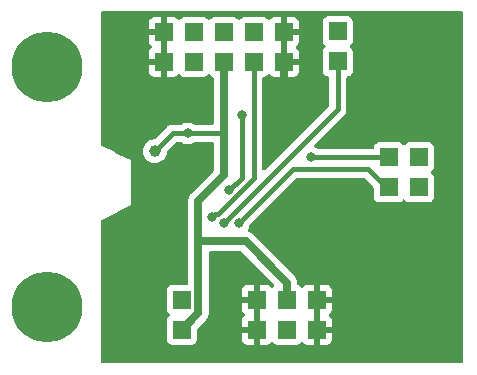
<source format=gbr>
%TF.GenerationSoftware,KiCad,Pcbnew,7.0.5.1-1-g8f565ef7f0-dirty-deb11*%
%TF.CreationDate,2023-07-05T14:59:33+00:00*%
%TF.ProjectId,LIGHTNING01,4c494748-544e-4494-9e47-30312e6b6963,01A*%
%TF.SameCoordinates,Original*%
%TF.FileFunction,Copper,L1,Top*%
%TF.FilePolarity,Positive*%
%FSLAX46Y46*%
G04 Gerber Fmt 4.6, Leading zero omitted, Abs format (unit mm)*
G04 Created by KiCad (PCBNEW 7.0.5.1-1-g8f565ef7f0-dirty-deb11) date 2023-07-05 14:59:33*
%MOMM*%
%LPD*%
G01*
G04 APERTURE LIST*
%TA.AperFunction,ComponentPad*%
%ADD10C,6.000000*%
%TD*%
%TA.AperFunction,ComponentPad*%
%ADD11R,1.524000X1.524000*%
%TD*%
%TA.AperFunction,ViaPad*%
%ADD12C,1.000000*%
%TD*%
%TA.AperFunction,ViaPad*%
%ADD13C,0.800000*%
%TD*%
%TA.AperFunction,Conductor*%
%ADD14C,0.700000*%
%TD*%
%TA.AperFunction,Conductor*%
%ADD15C,0.450000*%
%TD*%
G04 APERTURE END LIST*
D10*
%TO.P,M3,1*%
%TO.N,GND*%
X35560000Y5080000D03*
%TD*%
%TO.P,M1,1*%
%TO.N,GND*%
X5080000Y25400000D03*
%TD*%
%TO.P,M2,1*%
%TO.N,GND*%
X5080000Y5080000D03*
%TD*%
%TO.P,M4,1*%
%TO.N,GND*%
X35560000Y25400000D03*
%TD*%
D11*
%TO.P,J1,1*%
%TO.N,/ADR0*%
X16510000Y5715000D03*
%TO.P,J1,2*%
%TO.N,VCC*%
X16510000Y3175000D03*
%TD*%
%TO.P,J3,1*%
%TO.N,/MISO*%
X29718000Y28448000D03*
%TO.P,J3,2*%
X29718000Y25908000D03*
%TD*%
%TO.P,J4,1*%
%TO.N,/SDA_MOSI*%
X22606000Y28391327D03*
%TO.P,J4,2*%
X22606000Y25851327D03*
%TD*%
%TO.P,J5,1*%
%TO.N,/SCL*%
X17526000Y28391327D03*
%TO.P,J5,2*%
X17526000Y25851327D03*
%TD*%
%TO.P,J6,1*%
%TO.N,/IRQ*%
X34036000Y15240000D03*
%TO.P,J6,2*%
X36576000Y15240000D03*
%TD*%
%TO.P,J10,1*%
%TO.N,GND*%
X27940000Y5715000D03*
%TO.P,J10,2*%
X27940000Y3175000D03*
%TO.P,J10,3*%
%TO.N,VCC*%
X25400000Y5715000D03*
%TO.P,J10,4*%
X25400000Y3175000D03*
%TO.P,J10,5*%
%TO.N,GND*%
X22860000Y5715000D03*
%TO.P,J10,6*%
X22860000Y3175000D03*
%TD*%
%TO.P,J8,1*%
%TO.N,GND*%
X25146000Y25851327D03*
%TO.P,J8,2*%
X25146000Y28391327D03*
%TD*%
%TO.P,J7,1*%
%TO.N,VCC*%
X20066000Y25851327D03*
%TO.P,J7,2*%
X20066000Y28391327D03*
%TD*%
%TO.P,J9,1*%
%TO.N,GND*%
X14986000Y25851327D03*
%TO.P,J9,2*%
X14986000Y28391327D03*
%TD*%
%TO.P,J2,1*%
%TO.N,/CS*%
X34036000Y17780000D03*
%TO.P,J2,2*%
X36576000Y17780000D03*
%TD*%
D12*
%TO.N,GND*%
X10414000Y1524000D03*
X18542000Y1524000D03*
X10414000Y4064000D03*
X24384000Y20574000D03*
D13*
X17272000Y16510000D03*
D12*
X11176000Y21844000D03*
X12700000Y17780000D03*
X33274000Y11430000D03*
X34544000Y20320000D03*
X36322000Y20320000D03*
X28194000Y13716000D03*
X10668000Y24638000D03*
X16962773Y21566673D03*
X18542000Y2794000D03*
X10668000Y28448000D03*
D13*
X16510000Y15748000D03*
D12*
X25908000Y23622000D03*
X30734000Y7366000D03*
X12827000Y14097000D03*
X11430000Y19812000D03*
X10668000Y26670000D03*
X12700000Y28448000D03*
X11938000Y23114000D03*
D13*
X15748000Y16510000D03*
D12*
X28194000Y8636000D03*
D13*
X15748000Y15049500D03*
D12*
%TO.N,VCC*%
X14224000Y18288000D03*
D13*
X17018000Y19812000D03*
%TO.N,/SCL*%
X21590000Y21336000D03*
X20493984Y14986000D03*
%TO.N,/CS*%
X27432000Y17780000D03*
%TO.N,/MISO*%
X20066000Y12192000D03*
%TO.N,/IRQ*%
X21336000Y12192000D03*
%TO.N,/SDA_MOSI*%
X19050000Y12700000D03*
%TD*%
D14*
%TO.N,GND*%
X11176000Y21844000D02*
X11176000Y20066000D01*
X15748000Y15049500D02*
X15748000Y9398000D01*
X12700000Y28448000D02*
X10668000Y28448000D01*
X15748000Y9398000D02*
X10414000Y4064000D01*
X10668000Y24638000D02*
X10668000Y24384000D01*
X25146000Y25851327D02*
X25146000Y21336000D01*
X35560000Y25400000D02*
X32560001Y22400001D01*
X32560001Y22400001D02*
X32560001Y22303999D01*
X10414000Y1524000D02*
X18542000Y1524000D01*
X10668000Y26670000D02*
X10668000Y24638000D01*
X35560000Y9322640D02*
X33452640Y11430000D01*
X33452640Y11430000D02*
X33274000Y11430000D01*
X35560000Y5080000D02*
X35560000Y9322640D01*
X11176000Y20066000D02*
X11430000Y19812000D01*
X25146000Y21336000D02*
X24384000Y20574000D01*
X29464000Y7366000D02*
X28194000Y8636000D01*
X32560001Y22303999D02*
X34544000Y20320000D01*
X10668000Y24384000D02*
X11938000Y23114000D01*
X16510000Y15748000D02*
X15748000Y16510000D01*
X16510000Y15748000D02*
X16510000Y16002000D01*
X30734000Y7366000D02*
X29464000Y7366000D01*
%TO.N,VCC*%
X25400000Y5715000D02*
X25400000Y7177000D01*
D15*
X17018000Y19812000D02*
X16764000Y19812000D01*
D14*
X17922001Y10668000D02*
X17922001Y4587001D01*
X20066000Y19812000D02*
X20066000Y25851327D01*
X17922001Y14112001D02*
X20066000Y16256000D01*
D15*
X16764000Y19812000D02*
X15748000Y19812000D01*
X15748000Y19812000D02*
X14224000Y18288000D01*
D14*
X21909000Y10668000D02*
X17922001Y10668000D01*
X20066000Y18542000D02*
X20066000Y19812000D01*
X17922001Y10668000D02*
X17922001Y14112001D01*
X25400000Y7177000D02*
X21909000Y10668000D01*
X20066000Y16256000D02*
X20066000Y18542000D01*
X17922001Y4587001D02*
X16510000Y3175000D01*
D15*
X20066000Y19812000D02*
X17018000Y19812000D01*
%TO.N,/SCL*%
X20493984Y14986000D02*
X21590000Y16002000D01*
X21590000Y21336000D02*
X21590000Y16002000D01*
%TO.N,/CS*%
X27432000Y17780000D02*
X34036000Y17780000D01*
%TO.N,/MISO*%
X29718000Y25908000D02*
X29718000Y21844000D01*
X29718000Y21844000D02*
X20066000Y12192000D01*
%TO.N,/IRQ*%
X25908000Y16764000D02*
X24384000Y15240000D01*
X24384000Y15240000D02*
X21336000Y12192000D01*
X33782000Y15240000D02*
X32258000Y16764000D01*
X32258000Y16764000D02*
X25908000Y16764000D01*
X34036000Y15240000D02*
X33782000Y15240000D01*
%TO.N,/SDA_MOSI*%
X20828000Y14224000D02*
X22606000Y16002000D01*
X19587001Y12999999D02*
X20811002Y14224000D01*
X19050000Y12700000D02*
X19349999Y12999999D01*
X22606000Y16002000D02*
X22606000Y25851327D01*
X19349999Y12999999D02*
X19587001Y12999999D01*
X20811002Y14224000D02*
X20828000Y14224000D01*
%TD*%
%TA.AperFunction,Conductor*%
%TO.N,GND*%
G36*
X22664960Y5309996D02*
G01*
X22793002Y5270500D01*
X22893312Y5270500D01*
X22992499Y5285450D01*
X23113224Y5343588D01*
X23114000Y5344309D01*
X23114000Y3539806D01*
X23055040Y3580004D01*
X22926998Y3619500D01*
X22826688Y3619500D01*
X22727501Y3604550D01*
X22606776Y3546412D01*
X22606000Y3545692D01*
X22606000Y5350195D01*
X22664960Y5309996D01*
G37*
%TD.AperFunction*%
%TA.AperFunction,Conductor*%
G36*
X27744960Y5309996D02*
G01*
X27873002Y5270500D01*
X27973312Y5270500D01*
X28072499Y5285450D01*
X28193224Y5343588D01*
X28194000Y5344309D01*
X28194000Y3539806D01*
X28135040Y3580004D01*
X28006998Y3619500D01*
X27906688Y3619500D01*
X27807501Y3604550D01*
X27686776Y3546412D01*
X27686000Y3545692D01*
X27686000Y5350195D01*
X27744960Y5309996D01*
G37*
%TD.AperFunction*%
%TA.AperFunction,Conductor*%
G36*
X14790960Y27986323D02*
G01*
X14919002Y27946827D01*
X15019312Y27946827D01*
X15118499Y27961777D01*
X15239224Y28019915D01*
X15240000Y28020636D01*
X15240000Y26216133D01*
X15181040Y26256331D01*
X15052998Y26295827D01*
X14952688Y26295827D01*
X14853501Y26280877D01*
X14732776Y26222739D01*
X14732000Y26222019D01*
X14732000Y28026522D01*
X14790960Y27986323D01*
G37*
%TD.AperFunction*%
%TA.AperFunction,Conductor*%
G36*
X24950960Y27986323D02*
G01*
X25079002Y27946827D01*
X25179312Y27946827D01*
X25278499Y27961777D01*
X25399224Y28019915D01*
X25400000Y28020636D01*
X25400000Y26216133D01*
X25341040Y26256331D01*
X25212998Y26295827D01*
X25112688Y26295827D01*
X25013501Y26280877D01*
X24892776Y26222739D01*
X24892000Y26222019D01*
X24892000Y28026522D01*
X24950960Y27986323D01*
G37*
%TD.AperFunction*%
%TA.AperFunction,Conductor*%
G36*
X40252621Y30130498D02*
G01*
X40299114Y30076842D01*
X40310500Y30024500D01*
X40310500Y455500D01*
X40290498Y387379D01*
X40236842Y340886D01*
X40184500Y329500D01*
X9778000Y329500D01*
X9709879Y349502D01*
X9663386Y403158D01*
X9652000Y455500D01*
X9652000Y12368128D01*
X9672002Y12436249D01*
X9721649Y12480825D01*
X12192000Y13716000D01*
X12192000Y17526000D01*
X11063388Y18090306D01*
X10668006Y18287997D01*
X13210620Y18287997D01*
X13230090Y18090306D01*
X13230091Y18090300D01*
X13230092Y18090299D01*
X13287759Y17900196D01*
X13381405Y17724996D01*
X13507432Y17571432D01*
X13660996Y17445405D01*
X13836196Y17351759D01*
X14026299Y17294092D01*
X14026303Y17294092D01*
X14026305Y17294091D01*
X14223997Y17274620D01*
X14224000Y17274620D01*
X14224003Y17274620D01*
X14421694Y17294091D01*
X14421695Y17294092D01*
X14421701Y17294092D01*
X14611804Y17351759D01*
X14787004Y17445405D01*
X14940568Y17571432D01*
X15066595Y17724996D01*
X15160241Y17900196D01*
X15217908Y18090299D01*
X15230344Y18216572D01*
X15256926Y18282403D01*
X15266633Y18293309D01*
X16014921Y19041596D01*
X16077234Y19075621D01*
X16104017Y19078500D01*
X16441004Y19078500D01*
X16509125Y19058498D01*
X16515065Y19054436D01*
X16524647Y19047474D01*
X16561248Y19020882D01*
X16735712Y18943206D01*
X16922513Y18903500D01*
X17113487Y18903500D01*
X17300288Y18943206D01*
X17474752Y19020882D01*
X17520934Y19054436D01*
X17587803Y19078295D01*
X17594996Y19078500D01*
X19081500Y19078500D01*
X19149621Y19058498D01*
X19196114Y19004842D01*
X19207500Y18952500D01*
X19207500Y16663793D01*
X19187498Y16595672D01*
X19170595Y16574698D01*
X17341439Y14745542D01*
X17337676Y14742073D01*
X17295062Y14705876D01*
X17295055Y14705868D01*
X17246094Y14641464D01*
X17245045Y14640122D01*
X17194378Y14577087D01*
X17193543Y14575780D01*
X17182857Y14558553D01*
X17182050Y14557213D01*
X17148077Y14483781D01*
X17147340Y14482245D01*
X17111410Y14409797D01*
X17110859Y14408296D01*
X17104121Y14389156D01*
X17103644Y14387741D01*
X17086254Y14308738D01*
X17085865Y14307078D01*
X17066344Y14228582D01*
X17066137Y14227060D01*
X17063657Y14206810D01*
X17063501Y14205368D01*
X17063501Y14124465D01*
X17063478Y14122759D01*
X17061287Y14041912D01*
X17061416Y14040328D01*
X17063501Y14018402D01*
X17063501Y10748166D01*
X17061841Y10727783D01*
X17059705Y10714752D01*
X17063409Y10646428D01*
X17063501Y10643038D01*
X17063501Y7111500D01*
X17043499Y7043379D01*
X16989843Y6996886D01*
X16937501Y6985500D01*
X15699350Y6985500D01*
X15638803Y6978991D01*
X15638795Y6978989D01*
X15501797Y6927890D01*
X15501792Y6927888D01*
X15384738Y6840262D01*
X15297112Y6723208D01*
X15297110Y6723203D01*
X15246011Y6586205D01*
X15246009Y6586197D01*
X15239500Y6525650D01*
X15239500Y4904351D01*
X15246009Y4843804D01*
X15246011Y4843796D01*
X15297110Y4706798D01*
X15297112Y4706793D01*
X15384739Y4589739D01*
X15443343Y4545867D01*
X15485889Y4489031D01*
X15490953Y4418216D01*
X15456928Y4355904D01*
X15443343Y4344133D01*
X15384739Y4300262D01*
X15297112Y4183208D01*
X15297110Y4183203D01*
X15246011Y4046205D01*
X15246009Y4046197D01*
X15239500Y3985650D01*
X15239500Y2364351D01*
X15246009Y2303804D01*
X15246011Y2303796D01*
X15297110Y2166798D01*
X15297112Y2166793D01*
X15384738Y2049739D01*
X15501792Y1962113D01*
X15501794Y1962112D01*
X15501796Y1962111D01*
X15560875Y1940076D01*
X15638795Y1911012D01*
X15638803Y1911010D01*
X15699350Y1904501D01*
X15699355Y1904501D01*
X15699362Y1904500D01*
X15699368Y1904500D01*
X17320632Y1904500D01*
X17320638Y1904500D01*
X17320645Y1904501D01*
X17320649Y1904501D01*
X17381196Y1911010D01*
X17381199Y1911011D01*
X17381201Y1911011D01*
X17518204Y1962111D01*
X17518799Y1962556D01*
X17635261Y2049739D01*
X17722887Y2166793D01*
X17722887Y2166794D01*
X17722889Y2166796D01*
X17773989Y2303799D01*
X17780500Y2364362D01*
X17780500Y3179208D01*
X17800502Y3247329D01*
X17817400Y3268299D01*
X18502578Y3953478D01*
X18506331Y3956936D01*
X18548943Y3993130D01*
X18597925Y4057566D01*
X18598911Y4058829D01*
X18649622Y4121914D01*
X18649624Y4121920D01*
X18650576Y4123408D01*
X18661037Y4140273D01*
X18661943Y4141780D01*
X18661950Y4141788D01*
X18695938Y4215254D01*
X18696632Y4216702D01*
X18732591Y4289204D01*
X18732591Y4289208D01*
X18732593Y4289210D01*
X18733163Y4290761D01*
X18739818Y4309662D01*
X18740356Y4311258D01*
X18740356Y4311262D01*
X18740358Y4311264D01*
X18757752Y4390293D01*
X18758132Y4391910D01*
X18760385Y4400968D01*
X18777658Y4470420D01*
X18777658Y4470425D01*
X18777881Y4472060D01*
X18780319Y4491968D01*
X18780501Y4493638D01*
X18780501Y4574524D01*
X18780524Y4576230D01*
X18782714Y4657090D01*
X18782582Y4658711D01*
X18780501Y4680600D01*
X18780501Y9683500D01*
X18800503Y9751621D01*
X18854159Y9798114D01*
X18906501Y9809500D01*
X21501207Y9809500D01*
X21569328Y9789498D01*
X21590302Y9772595D01*
X24313687Y7049211D01*
X24347713Y6986899D01*
X24342648Y6916084D01*
X24300103Y6859249D01*
X24274738Y6840262D01*
X24230554Y6781239D01*
X24173717Y6738694D01*
X24102902Y6733630D01*
X24040590Y6767656D01*
X24028819Y6781241D01*
X23984904Y6839905D01*
X23867965Y6927445D01*
X23731093Y6978495D01*
X23670597Y6985000D01*
X23114000Y6985000D01*
X23114000Y6079806D01*
X23055040Y6120004D01*
X22926998Y6159500D01*
X22826688Y6159500D01*
X22727501Y6144550D01*
X22606776Y6086412D01*
X22606000Y6085692D01*
X22606000Y6985000D01*
X22049402Y6985000D01*
X21988906Y6978495D01*
X21852035Y6927445D01*
X21852034Y6927445D01*
X21735095Y6839905D01*
X21647555Y6722966D01*
X21647555Y6722965D01*
X21596505Y6586094D01*
X21590000Y6525598D01*
X21590000Y5969000D01*
X22493382Y5969000D01*
X22441553Y5879228D01*
X22411736Y5748593D01*
X22421749Y5614972D01*
X22470703Y5490240D01*
X22494021Y5461000D01*
X21590000Y5461000D01*
X21590000Y4904403D01*
X21596505Y4843907D01*
X21647555Y4707036D01*
X21647555Y4707035D01*
X21735094Y4590098D01*
X21794177Y4545868D01*
X21836723Y4489031D01*
X21841787Y4418216D01*
X21807762Y4355904D01*
X21794177Y4344132D01*
X21735094Y4299903D01*
X21647555Y4182966D01*
X21647555Y4182965D01*
X21596505Y4046094D01*
X21590000Y3985598D01*
X21590000Y3429000D01*
X22493382Y3429000D01*
X22441553Y3339228D01*
X22411736Y3208593D01*
X22421749Y3074972D01*
X22470703Y2950240D01*
X22494021Y2921000D01*
X21590000Y2921000D01*
X21590000Y2364403D01*
X21596505Y2303907D01*
X21647555Y2167036D01*
X21647555Y2167035D01*
X21735095Y2050096D01*
X21852034Y1962556D01*
X21988906Y1911506D01*
X22049402Y1905001D01*
X22049415Y1905000D01*
X22606000Y1905000D01*
X22606000Y2810195D01*
X22664960Y2769996D01*
X22793002Y2730500D01*
X22893312Y2730500D01*
X22992499Y2745450D01*
X23113224Y2803588D01*
X23114000Y2804309D01*
X23114000Y1905000D01*
X23670585Y1905000D01*
X23670597Y1905001D01*
X23731093Y1911506D01*
X23867964Y1962556D01*
X23867965Y1962556D01*
X23984903Y2050096D01*
X24028818Y2108759D01*
X24085654Y2151306D01*
X24156469Y2156372D01*
X24218782Y2122347D01*
X24230554Y2108761D01*
X24274738Y2049740D01*
X24391792Y1962113D01*
X24391794Y1962112D01*
X24391796Y1962111D01*
X24450875Y1940076D01*
X24528795Y1911012D01*
X24528803Y1911010D01*
X24589350Y1904501D01*
X24589355Y1904501D01*
X24589362Y1904500D01*
X24589368Y1904500D01*
X26210632Y1904500D01*
X26210638Y1904500D01*
X26210645Y1904501D01*
X26210649Y1904501D01*
X26271196Y1911010D01*
X26271199Y1911011D01*
X26271201Y1911011D01*
X26408204Y1962111D01*
X26408799Y1962556D01*
X26525261Y2049739D01*
X26569444Y2108760D01*
X26626280Y2151307D01*
X26697095Y2156371D01*
X26759408Y2122346D01*
X26771180Y2108760D01*
X26815095Y2050096D01*
X26932034Y1962556D01*
X27068906Y1911506D01*
X27129402Y1905001D01*
X27129415Y1905000D01*
X27686000Y1905000D01*
X27686000Y2810195D01*
X27744960Y2769996D01*
X27873002Y2730500D01*
X27973312Y2730500D01*
X28072499Y2745450D01*
X28193224Y2803588D01*
X28194000Y2804309D01*
X28194000Y1905000D01*
X28750585Y1905000D01*
X28750597Y1905001D01*
X28811093Y1911506D01*
X28947964Y1962556D01*
X28947965Y1962556D01*
X29064904Y2050096D01*
X29152444Y2167035D01*
X29152444Y2167036D01*
X29203494Y2303907D01*
X29209999Y2364403D01*
X29210000Y2364415D01*
X29210000Y2921000D01*
X28306618Y2921000D01*
X28358447Y3010772D01*
X28388264Y3141407D01*
X28378251Y3275028D01*
X28329297Y3399760D01*
X28305979Y3429000D01*
X29210000Y3429000D01*
X29210000Y3985586D01*
X29209999Y3985598D01*
X29203494Y4046094D01*
X29152444Y4182965D01*
X29152444Y4182966D01*
X29064904Y4299905D01*
X29005823Y4344132D01*
X28963276Y4400968D01*
X28958212Y4471783D01*
X28992237Y4534096D01*
X29005823Y4545868D01*
X29064904Y4590096D01*
X29152444Y4707035D01*
X29152444Y4707036D01*
X29203494Y4843907D01*
X29209999Y4904403D01*
X29210000Y4904415D01*
X29210000Y5461000D01*
X28306618Y5461000D01*
X28358447Y5550772D01*
X28388264Y5681407D01*
X28378251Y5815028D01*
X28329297Y5939760D01*
X28305979Y5969000D01*
X29210000Y5969000D01*
X29210000Y6525586D01*
X29209999Y6525598D01*
X29203494Y6586094D01*
X29152444Y6722965D01*
X29152444Y6722966D01*
X29064904Y6839905D01*
X28947965Y6927445D01*
X28811093Y6978495D01*
X28750597Y6985000D01*
X28194000Y6985000D01*
X28194000Y6079806D01*
X28135040Y6120004D01*
X28006998Y6159500D01*
X27906688Y6159500D01*
X27807501Y6144550D01*
X27686776Y6086412D01*
X27686000Y6085692D01*
X27686000Y6985000D01*
X27129402Y6985000D01*
X27068906Y6978495D01*
X26932035Y6927445D01*
X26932034Y6927445D01*
X26815095Y6839904D01*
X26771179Y6781240D01*
X26714343Y6738694D01*
X26643527Y6733630D01*
X26581216Y6767655D01*
X26569444Y6781240D01*
X26525527Y6839905D01*
X26525261Y6840261D01*
X26525259Y6840262D01*
X26525259Y6840263D01*
X26408207Y6927888D01*
X26408204Y6927889D01*
X26340466Y6953155D01*
X26283631Y6995703D01*
X26258821Y7062223D01*
X26258500Y7071210D01*
X26258500Y7139551D01*
X26258708Y7144666D01*
X26263245Y7200381D01*
X26263245Y7200382D01*
X26252321Y7280563D01*
X26252114Y7282257D01*
X26243372Y7362640D01*
X26243370Y7362645D01*
X26243003Y7364315D01*
X26238457Y7383716D01*
X26238036Y7385412D01*
X26225871Y7418522D01*
X26210120Y7461395D01*
X26209575Y7462944D01*
X26183746Y7539605D01*
X26183040Y7541131D01*
X26174394Y7559174D01*
X26173640Y7560694D01*
X26130078Y7628845D01*
X26129179Y7630295D01*
X26116711Y7651015D01*
X26087476Y7699605D01*
X26087473Y7699608D01*
X26087472Y7699610D01*
X26086515Y7700869D01*
X26074055Y7716808D01*
X26073073Y7718029D01*
X26073072Y7718030D01*
X26015838Y7775264D01*
X26014684Y7776450D01*
X25959058Y7835174D01*
X25959054Y7835177D01*
X25957814Y7836231D01*
X25940863Y7850239D01*
X22542540Y11248562D01*
X22539070Y11252325D01*
X22502870Y11294943D01*
X22495115Y11300838D01*
X22438393Y11343957D01*
X22437180Y11344906D01*
X22374087Y11395621D01*
X22374084Y11395623D01*
X22372708Y11396502D01*
X22355561Y11407139D01*
X22354218Y11407947D01*
X22280794Y11441917D01*
X22279278Y11442643D01*
X22206797Y11478590D01*
X22206795Y11478591D01*
X22206794Y11478591D01*
X22205312Y11479136D01*
X22186249Y11485848D01*
X22184741Y11486357D01*
X22169079Y11489804D01*
X22106852Y11523984D01*
X22072981Y11586380D01*
X22078222Y11657183D01*
X22087041Y11675844D01*
X22170527Y11820444D01*
X22229542Y12002072D01*
X22230297Y12009257D01*
X22257304Y12074913D01*
X22266494Y12085170D01*
X24932869Y14751543D01*
X24932868Y14751543D01*
X26174923Y15993598D01*
X26237233Y16027621D01*
X26264016Y16030500D01*
X31901984Y16030500D01*
X31970105Y16010498D01*
X31991079Y15993595D01*
X32728595Y15256079D01*
X32762621Y15193767D01*
X32765500Y15166984D01*
X32765500Y14429351D01*
X32772009Y14368804D01*
X32772011Y14368796D01*
X32823110Y14231798D01*
X32823112Y14231793D01*
X32910738Y14114739D01*
X33027792Y14027113D01*
X33027794Y14027112D01*
X33027796Y14027111D01*
X33086875Y14005076D01*
X33164795Y13976012D01*
X33164803Y13976010D01*
X33225350Y13969501D01*
X33225355Y13969501D01*
X33225362Y13969500D01*
X33225368Y13969500D01*
X34846632Y13969500D01*
X34846638Y13969500D01*
X34846645Y13969501D01*
X34846649Y13969501D01*
X34907196Y13976010D01*
X34907199Y13976011D01*
X34907201Y13976011D01*
X35044204Y14027111D01*
X35161261Y14114739D01*
X35205130Y14173343D01*
X35261968Y14215890D01*
X35332784Y14220954D01*
X35395096Y14186929D01*
X35406868Y14173343D01*
X35450738Y14114739D01*
X35567792Y14027113D01*
X35567794Y14027112D01*
X35567796Y14027111D01*
X35626875Y14005076D01*
X35704795Y13976012D01*
X35704803Y13976010D01*
X35765350Y13969501D01*
X35765355Y13969501D01*
X35765362Y13969500D01*
X35765368Y13969500D01*
X37386632Y13969500D01*
X37386638Y13969500D01*
X37386645Y13969501D01*
X37386649Y13969501D01*
X37447196Y13976010D01*
X37447199Y13976011D01*
X37447201Y13976011D01*
X37584204Y14027111D01*
X37701261Y14114739D01*
X37788889Y14231796D01*
X37839989Y14368799D01*
X37842026Y14387741D01*
X37846499Y14429351D01*
X37846500Y14429368D01*
X37846500Y16050633D01*
X37846499Y16050650D01*
X37839990Y16111197D01*
X37839988Y16111205D01*
X37788889Y16248203D01*
X37788887Y16248208D01*
X37701261Y16365262D01*
X37642657Y16409132D01*
X37600110Y16465968D01*
X37595046Y16536784D01*
X37629071Y16599096D01*
X37642657Y16610868D01*
X37701261Y16654739D01*
X37788887Y16771793D01*
X37788887Y16771794D01*
X37788889Y16771796D01*
X37839989Y16908799D01*
X37846500Y16969362D01*
X37846500Y18590638D01*
X37846000Y18595289D01*
X37839990Y18651197D01*
X37839988Y18651205D01*
X37788889Y18788203D01*
X37788887Y18788208D01*
X37701261Y18905262D01*
X37584207Y18992888D01*
X37584202Y18992890D01*
X37447204Y19043989D01*
X37447196Y19043991D01*
X37386649Y19050500D01*
X37386638Y19050500D01*
X35765362Y19050500D01*
X35765350Y19050500D01*
X35704803Y19043991D01*
X35704795Y19043989D01*
X35567797Y18992890D01*
X35567792Y18992888D01*
X35450738Y18905261D01*
X35406867Y18846657D01*
X35350031Y18804111D01*
X35279216Y18799047D01*
X35216904Y18833072D01*
X35205133Y18846657D01*
X35161261Y18905261D01*
X35044207Y18992888D01*
X35044202Y18992890D01*
X34907204Y19043989D01*
X34907196Y19043991D01*
X34846649Y19050500D01*
X34846638Y19050500D01*
X33225362Y19050500D01*
X33225350Y19050500D01*
X33164803Y19043991D01*
X33164795Y19043989D01*
X33027797Y18992890D01*
X33027792Y18992888D01*
X32910738Y18905262D01*
X32823112Y18788208D01*
X32823110Y18788203D01*
X32772011Y18651205D01*
X32772009Y18651196D01*
X32769305Y18626034D01*
X32742137Y18560441D01*
X32683820Y18519949D01*
X32644027Y18513500D01*
X28008996Y18513500D01*
X27940875Y18533502D01*
X27934935Y18537564D01*
X27888752Y18571118D01*
X27775094Y18621722D01*
X27720998Y18667703D01*
X27700349Y18735630D01*
X27719702Y18803938D01*
X27737244Y18825920D01*
X30192393Y21281069D01*
X30206232Y21293029D01*
X30224785Y21306840D01*
X30257542Y21345881D01*
X30261249Y21349924D01*
X30266869Y21355543D01*
X30286176Y21379962D01*
X30287335Y21381386D01*
X30335002Y21438191D01*
X30335004Y21438196D01*
X30339039Y21444329D01*
X30339128Y21444271D01*
X30342779Y21450003D01*
X30342689Y21450059D01*
X30346539Y21456302D01*
X30346540Y21456305D01*
X30346543Y21456308D01*
X30377880Y21523515D01*
X30378676Y21525157D01*
X30411956Y21591421D01*
X30411957Y21591427D01*
X30414464Y21598313D01*
X30414563Y21598277D01*
X30416799Y21604709D01*
X30416699Y21604742D01*
X30419008Y21611712D01*
X30434004Y21684342D01*
X30434376Y21686022D01*
X30451500Y21758266D01*
X30451500Y21758269D01*
X30452352Y21765554D01*
X30452454Y21765542D01*
X30453146Y21772313D01*
X30453042Y21772322D01*
X30453680Y21779628D01*
X30453682Y21779636D01*
X30452411Y21823299D01*
X30451527Y21853724D01*
X30451500Y21855556D01*
X30451500Y24516027D01*
X30471502Y24584148D01*
X30525158Y24630641D01*
X30564034Y24641305D01*
X30589195Y24644010D01*
X30589198Y24644011D01*
X30589201Y24644011D01*
X30726204Y24695111D01*
X30843261Y24782739D01*
X30930889Y24899796D01*
X30981989Y25036799D01*
X30982408Y25040689D01*
X30988499Y25097351D01*
X30988500Y25097368D01*
X30988500Y26718633D01*
X30988499Y26718650D01*
X30981990Y26779197D01*
X30981988Y26779205D01*
X30946094Y26875438D01*
X30930889Y26916204D01*
X30930888Y26916206D01*
X30930887Y26916208D01*
X30843260Y27033263D01*
X30784656Y27077134D01*
X30742110Y27133970D01*
X30737046Y27204786D01*
X30771072Y27267098D01*
X30784651Y27278865D01*
X30843261Y27322739D01*
X30930889Y27439796D01*
X30981989Y27576799D01*
X30982408Y27580689D01*
X30988499Y27637351D01*
X30988500Y27637368D01*
X30988500Y29258633D01*
X30988499Y29258650D01*
X30981990Y29319197D01*
X30981988Y29319205D01*
X30946094Y29415438D01*
X30930889Y29456204D01*
X30930888Y29456206D01*
X30930887Y29456208D01*
X30843261Y29573262D01*
X30726207Y29660888D01*
X30726202Y29660890D01*
X30589204Y29711989D01*
X30589196Y29711991D01*
X30528649Y29718500D01*
X30528638Y29718500D01*
X28907362Y29718500D01*
X28907350Y29718500D01*
X28846803Y29711991D01*
X28846795Y29711989D01*
X28709797Y29660890D01*
X28709792Y29660888D01*
X28592738Y29573262D01*
X28505112Y29456208D01*
X28505110Y29456203D01*
X28454011Y29319205D01*
X28454009Y29319197D01*
X28447500Y29258650D01*
X28447500Y27637351D01*
X28454009Y27576804D01*
X28454011Y27576796D01*
X28505110Y27439798D01*
X28505112Y27439793D01*
X28592738Y27322739D01*
X28651342Y27278869D01*
X28693889Y27222033D01*
X28698954Y27151218D01*
X28664928Y27088906D01*
X28651344Y27077134D01*
X28592738Y27033261D01*
X28505112Y26916208D01*
X28505110Y26916203D01*
X28454011Y26779205D01*
X28454009Y26779197D01*
X28447500Y26718650D01*
X28447500Y25097351D01*
X28454009Y25036804D01*
X28454011Y25036796D01*
X28505110Y24899798D01*
X28505112Y24899793D01*
X28592738Y24782739D01*
X28709792Y24695113D01*
X28709794Y24695112D01*
X28709796Y24695111D01*
X28768875Y24673076D01*
X28846795Y24644012D01*
X28846798Y24644012D01*
X28846799Y24644011D01*
X28846804Y24644010D01*
X28871966Y24641305D01*
X28937559Y24614137D01*
X28978051Y24555820D01*
X28984500Y24516027D01*
X28984500Y22200017D01*
X28964498Y22131896D01*
X28947595Y22110922D01*
X23554595Y16717922D01*
X23492283Y16683896D01*
X23421468Y16688961D01*
X23364632Y16731508D01*
X23339821Y16798028D01*
X23339500Y16807017D01*
X23339500Y24459354D01*
X23359502Y24527475D01*
X23413158Y24573968D01*
X23452034Y24584632D01*
X23477195Y24587337D01*
X23477198Y24587338D01*
X23477201Y24587338D01*
X23614204Y24638438D01*
X23614799Y24638883D01*
X23731261Y24726066D01*
X23775444Y24785087D01*
X23832280Y24827634D01*
X23903095Y24832698D01*
X23965408Y24798673D01*
X23977180Y24785087D01*
X24021095Y24726423D01*
X24138034Y24638883D01*
X24274906Y24587833D01*
X24335402Y24581328D01*
X24335415Y24581327D01*
X24892000Y24581327D01*
X24892000Y25486522D01*
X24950960Y25446323D01*
X25079002Y25406827D01*
X25179312Y25406827D01*
X25278499Y25421777D01*
X25399224Y25479915D01*
X25400000Y25480636D01*
X25400000Y24581327D01*
X25956585Y24581327D01*
X25956597Y24581328D01*
X26017093Y24587833D01*
X26153964Y24638883D01*
X26153965Y24638883D01*
X26270904Y24726423D01*
X26358444Y24843362D01*
X26358444Y24843363D01*
X26409494Y24980234D01*
X26415999Y25040730D01*
X26416000Y25040742D01*
X26416000Y25597327D01*
X25512618Y25597327D01*
X25564447Y25687099D01*
X25594264Y25817734D01*
X25584251Y25951355D01*
X25535297Y26076087D01*
X25511979Y26105327D01*
X26416000Y26105327D01*
X26416000Y26661913D01*
X26415999Y26661925D01*
X26409494Y26722421D01*
X26358444Y26859292D01*
X26358444Y26859293D01*
X26270904Y26976232D01*
X26211823Y27020459D01*
X26169276Y27077295D01*
X26164212Y27148110D01*
X26198237Y27210423D01*
X26211823Y27222195D01*
X26270904Y27266423D01*
X26358444Y27383362D01*
X26358444Y27383363D01*
X26409494Y27520234D01*
X26415999Y27580730D01*
X26416000Y27580742D01*
X26416000Y28137327D01*
X25512618Y28137327D01*
X25564447Y28227099D01*
X25594264Y28357734D01*
X25584251Y28491355D01*
X25535297Y28616087D01*
X25511979Y28645327D01*
X26416000Y28645327D01*
X26416000Y29201913D01*
X26415999Y29201925D01*
X26409494Y29262421D01*
X26358444Y29399292D01*
X26358444Y29399293D01*
X26270904Y29516232D01*
X26153965Y29603772D01*
X26017093Y29654822D01*
X25956597Y29661327D01*
X25400000Y29661327D01*
X25400000Y28756133D01*
X25341040Y28796331D01*
X25212998Y28835827D01*
X25112688Y28835827D01*
X25013501Y28820877D01*
X24892776Y28762739D01*
X24892000Y28762019D01*
X24892000Y29661327D01*
X24335402Y29661327D01*
X24274906Y29654822D01*
X24138035Y29603772D01*
X24138034Y29603772D01*
X24021095Y29516231D01*
X23977179Y29457567D01*
X23920343Y29415021D01*
X23849527Y29409957D01*
X23787216Y29443982D01*
X23775444Y29457567D01*
X23731527Y29516232D01*
X23731261Y29516588D01*
X23731259Y29516589D01*
X23731259Y29516590D01*
X23614207Y29604215D01*
X23614202Y29604217D01*
X23477204Y29655316D01*
X23477196Y29655318D01*
X23416649Y29661827D01*
X23416638Y29661827D01*
X21795362Y29661827D01*
X21795350Y29661827D01*
X21734803Y29655318D01*
X21734795Y29655316D01*
X21597797Y29604217D01*
X21597792Y29604215D01*
X21480738Y29516588D01*
X21436867Y29457984D01*
X21380031Y29415438D01*
X21309216Y29410374D01*
X21246904Y29444399D01*
X21235133Y29457984D01*
X21191261Y29516588D01*
X21074207Y29604215D01*
X21074202Y29604217D01*
X20937204Y29655316D01*
X20937196Y29655318D01*
X20876649Y29661827D01*
X20876638Y29661827D01*
X19255362Y29661827D01*
X19255350Y29661827D01*
X19194803Y29655318D01*
X19194795Y29655316D01*
X19057797Y29604217D01*
X19057792Y29604215D01*
X18940738Y29516588D01*
X18896867Y29457984D01*
X18840031Y29415438D01*
X18769216Y29410374D01*
X18706904Y29444399D01*
X18695133Y29457984D01*
X18651261Y29516588D01*
X18534207Y29604215D01*
X18534202Y29604217D01*
X18397204Y29655316D01*
X18397196Y29655318D01*
X18336649Y29661827D01*
X18336638Y29661827D01*
X16715362Y29661827D01*
X16715350Y29661827D01*
X16654803Y29655318D01*
X16654795Y29655316D01*
X16517797Y29604217D01*
X16517792Y29604215D01*
X16400739Y29516589D01*
X16356554Y29457566D01*
X16299717Y29415021D01*
X16228902Y29409957D01*
X16166590Y29443983D01*
X16154819Y29457568D01*
X16110904Y29516232D01*
X15993965Y29603772D01*
X15857093Y29654822D01*
X15796597Y29661327D01*
X15240000Y29661327D01*
X15240000Y28756133D01*
X15181040Y28796331D01*
X15052998Y28835827D01*
X14952688Y28835827D01*
X14853501Y28820877D01*
X14732776Y28762739D01*
X14732000Y28762019D01*
X14732000Y29661327D01*
X14175402Y29661327D01*
X14114906Y29654822D01*
X13978035Y29603772D01*
X13978034Y29603772D01*
X13861095Y29516232D01*
X13773555Y29399293D01*
X13773555Y29399292D01*
X13722505Y29262421D01*
X13716000Y29201925D01*
X13716000Y28645327D01*
X14619382Y28645327D01*
X14567553Y28555555D01*
X14537736Y28424920D01*
X14547749Y28291299D01*
X14596703Y28166567D01*
X14620021Y28137327D01*
X13716000Y28137327D01*
X13716000Y27580730D01*
X13722505Y27520234D01*
X13773555Y27383363D01*
X13773555Y27383362D01*
X13861094Y27266425D01*
X13920177Y27222195D01*
X13962723Y27165358D01*
X13967787Y27094543D01*
X13933762Y27032231D01*
X13920177Y27020459D01*
X13861094Y26976230D01*
X13773555Y26859293D01*
X13773555Y26859292D01*
X13722505Y26722421D01*
X13716000Y26661925D01*
X13716000Y26105327D01*
X14619382Y26105327D01*
X14567553Y26015555D01*
X14537736Y25884920D01*
X14547749Y25751299D01*
X14596703Y25626567D01*
X14620021Y25597327D01*
X13716000Y25597327D01*
X13716000Y25040730D01*
X13722505Y24980234D01*
X13773555Y24843363D01*
X13773555Y24843362D01*
X13861095Y24726423D01*
X13978034Y24638883D01*
X14114906Y24587833D01*
X14175402Y24581328D01*
X14175415Y24581327D01*
X14732000Y24581327D01*
X14732000Y25486522D01*
X14790960Y25446323D01*
X14919002Y25406827D01*
X15019312Y25406827D01*
X15118499Y25421777D01*
X15239224Y25479915D01*
X15240000Y25480636D01*
X15240000Y24581327D01*
X15796585Y24581327D01*
X15796597Y24581328D01*
X15857093Y24587833D01*
X15993964Y24638883D01*
X15993965Y24638883D01*
X16110903Y24726423D01*
X16154818Y24785086D01*
X16211654Y24827633D01*
X16282469Y24832699D01*
X16344782Y24798674D01*
X16356554Y24785088D01*
X16400738Y24726067D01*
X16517792Y24638440D01*
X16517794Y24638439D01*
X16517796Y24638438D01*
X16576875Y24616403D01*
X16654795Y24587339D01*
X16654803Y24587337D01*
X16715350Y24580828D01*
X16715355Y24580828D01*
X16715362Y24580827D01*
X16715368Y24580827D01*
X18336632Y24580827D01*
X18336638Y24580827D01*
X18336645Y24580828D01*
X18336649Y24580828D01*
X18397196Y24587337D01*
X18397199Y24587338D01*
X18397201Y24587338D01*
X18534204Y24638438D01*
X18534799Y24638883D01*
X18651261Y24726066D01*
X18695132Y24784670D01*
X18751968Y24827217D01*
X18822784Y24832281D01*
X18885096Y24798256D01*
X18896868Y24784670D01*
X18940738Y24726066D01*
X19057792Y24638440D01*
X19057796Y24638438D01*
X19125533Y24613173D01*
X19182368Y24570627D01*
X19207179Y24504106D01*
X19207500Y24495118D01*
X19207500Y20671500D01*
X19187498Y20603379D01*
X19133842Y20556886D01*
X19081500Y20545500D01*
X17594996Y20545500D01*
X17526875Y20565502D01*
X17520935Y20569564D01*
X17474752Y20603118D01*
X17300288Y20680794D01*
X17113487Y20720500D01*
X16922513Y20720500D01*
X16735711Y20680794D01*
X16561247Y20603118D01*
X16515065Y20569564D01*
X16448197Y20545705D01*
X16441004Y20545500D01*
X15810608Y20545500D01*
X15792348Y20546830D01*
X15769478Y20550180D01*
X15769477Y20550180D01*
X15718721Y20545740D01*
X15713228Y20545500D01*
X15705282Y20545500D01*
X15674304Y20541881D01*
X15672512Y20541698D01*
X15641843Y20539015D01*
X15598669Y20535237D01*
X15591477Y20533752D01*
X15591456Y20533854D01*
X15584804Y20532379D01*
X15584828Y20532278D01*
X15577688Y20530586D01*
X15508000Y20505223D01*
X15506272Y20504622D01*
X15435895Y20481301D01*
X15429250Y20478201D01*
X15429206Y20478294D01*
X15423079Y20475328D01*
X15423125Y20475236D01*
X15416570Y20471944D01*
X15354631Y20431208D01*
X15353087Y20430224D01*
X15289958Y20391286D01*
X15284203Y20386735D01*
X15284140Y20386815D01*
X15278860Y20382514D01*
X15278926Y20382435D01*
X15273309Y20377722D01*
X15222444Y20323809D01*
X15221167Y20322494D01*
X14229316Y19330644D01*
X14167004Y19296618D01*
X14152572Y19294346D01*
X14026305Y19281910D01*
X13836195Y19224241D01*
X13660995Y19130595D01*
X13507432Y19004568D01*
X13381405Y18851005D01*
X13287759Y18675805D01*
X13230090Y18485695D01*
X13210620Y18288004D01*
X13210620Y18287997D01*
X10668006Y18287997D01*
X9721651Y18761175D01*
X9669667Y18809530D01*
X9652000Y18873873D01*
X9652000Y30024500D01*
X9672002Y30092621D01*
X9725658Y30139114D01*
X9778000Y30150500D01*
X40184500Y30150500D01*
X40252621Y30130498D01*
G37*
%TD.AperFunction*%
%TD*%
M02*

</source>
